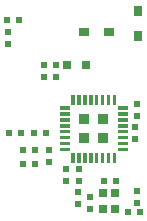
<source format=gbr>
G04 EAGLE Gerber RS-274X export*
G75*
%MOMM*%
%FSLAX34Y34*%
%LPD*%
%INSolderpaste Bottom*%
%IPPOS*%
%AMOC8*
5,1,8,0,0,1.08239X$1,22.5*%
G01*
%ADD10R,0.900000X0.800000*%
%ADD11R,0.600000X0.600000*%
%ADD12R,0.700000X0.750000*%
%ADD13R,0.800000X0.900000*%
%ADD14R,0.900000X0.900000*%
%ADD15C,0.067500*%
%ADD16R,0.800000X0.800000*%


D10*
X118904Y164338D03*
X97504Y164338D03*
D11*
X55118Y79248D03*
X65278Y79248D03*
X55626Y64897D03*
X45466Y64897D03*
X55753Y52959D03*
X45593Y52959D03*
X67691Y54356D03*
X67691Y64516D03*
X44450Y79248D03*
X34290Y79248D03*
X140462Y84455D03*
X140462Y74295D03*
X142367Y103505D03*
X142367Y93345D03*
X93472Y48895D03*
X93472Y38735D03*
X82677Y48895D03*
X82677Y38735D03*
D12*
X123745Y28721D03*
X123745Y15221D03*
X113745Y15221D03*
X113745Y28721D03*
D11*
X102870Y24892D03*
X102870Y14732D03*
X135001Y12192D03*
X145161Y12192D03*
X124714Y38862D03*
X114554Y38862D03*
X33020Y164465D03*
X33020Y154305D03*
X42545Y174625D03*
X32385Y174625D03*
D13*
X143256Y161385D03*
X143256Y182785D03*
D14*
X113410Y75185D03*
X97410Y75185D03*
X97410Y91185D03*
X113410Y91185D03*
D15*
X88923Y103972D02*
X86897Y103972D01*
X86897Y111398D01*
X88923Y111398D01*
X88923Y103972D01*
X88923Y104613D02*
X86897Y104613D01*
X86897Y105254D02*
X88923Y105254D01*
X88923Y105895D02*
X86897Y105895D01*
X86897Y106536D02*
X88923Y106536D01*
X88923Y107177D02*
X86897Y107177D01*
X86897Y107818D02*
X88923Y107818D01*
X88923Y108459D02*
X86897Y108459D01*
X86897Y109100D02*
X88923Y109100D01*
X88923Y109741D02*
X86897Y109741D01*
X86897Y110382D02*
X88923Y110382D01*
X88923Y111023D02*
X86897Y111023D01*
X91897Y103972D02*
X93923Y103972D01*
X91897Y103972D02*
X91897Y111398D01*
X93923Y111398D01*
X93923Y103972D01*
X93923Y104613D02*
X91897Y104613D01*
X91897Y105254D02*
X93923Y105254D01*
X93923Y105895D02*
X91897Y105895D01*
X91897Y106536D02*
X93923Y106536D01*
X93923Y107177D02*
X91897Y107177D01*
X91897Y107818D02*
X93923Y107818D01*
X93923Y108459D02*
X91897Y108459D01*
X91897Y109100D02*
X93923Y109100D01*
X93923Y109741D02*
X91897Y109741D01*
X91897Y110382D02*
X93923Y110382D01*
X93923Y111023D02*
X91897Y111023D01*
X96897Y103972D02*
X98923Y103972D01*
X96897Y103972D02*
X96897Y111398D01*
X98923Y111398D01*
X98923Y103972D01*
X98923Y104613D02*
X96897Y104613D01*
X96897Y105254D02*
X98923Y105254D01*
X98923Y105895D02*
X96897Y105895D01*
X96897Y106536D02*
X98923Y106536D01*
X98923Y107177D02*
X96897Y107177D01*
X96897Y107818D02*
X98923Y107818D01*
X98923Y108459D02*
X96897Y108459D01*
X96897Y109100D02*
X98923Y109100D01*
X98923Y109741D02*
X96897Y109741D01*
X96897Y110382D02*
X98923Y110382D01*
X98923Y111023D02*
X96897Y111023D01*
X101897Y103972D02*
X103923Y103972D01*
X101897Y103972D02*
X101897Y111398D01*
X103923Y111398D01*
X103923Y103972D01*
X103923Y104613D02*
X101897Y104613D01*
X101897Y105254D02*
X103923Y105254D01*
X103923Y105895D02*
X101897Y105895D01*
X101897Y106536D02*
X103923Y106536D01*
X103923Y107177D02*
X101897Y107177D01*
X101897Y107818D02*
X103923Y107818D01*
X103923Y108459D02*
X101897Y108459D01*
X101897Y109100D02*
X103923Y109100D01*
X103923Y109741D02*
X101897Y109741D01*
X101897Y110382D02*
X103923Y110382D01*
X103923Y111023D02*
X101897Y111023D01*
X106897Y103972D02*
X108923Y103972D01*
X106897Y103972D02*
X106897Y111398D01*
X108923Y111398D01*
X108923Y103972D01*
X108923Y104613D02*
X106897Y104613D01*
X106897Y105254D02*
X108923Y105254D01*
X108923Y105895D02*
X106897Y105895D01*
X106897Y106536D02*
X108923Y106536D01*
X108923Y107177D02*
X106897Y107177D01*
X106897Y107818D02*
X108923Y107818D01*
X108923Y108459D02*
X106897Y108459D01*
X106897Y109100D02*
X108923Y109100D01*
X108923Y109741D02*
X106897Y109741D01*
X106897Y110382D02*
X108923Y110382D01*
X108923Y111023D02*
X106897Y111023D01*
X111897Y103972D02*
X113923Y103972D01*
X111897Y103972D02*
X111897Y111398D01*
X113923Y111398D01*
X113923Y103972D01*
X113923Y104613D02*
X111897Y104613D01*
X111897Y105254D02*
X113923Y105254D01*
X113923Y105895D02*
X111897Y105895D01*
X111897Y106536D02*
X113923Y106536D01*
X113923Y107177D02*
X111897Y107177D01*
X111897Y107818D02*
X113923Y107818D01*
X113923Y108459D02*
X111897Y108459D01*
X111897Y109100D02*
X113923Y109100D01*
X113923Y109741D02*
X111897Y109741D01*
X111897Y110382D02*
X113923Y110382D01*
X113923Y111023D02*
X111897Y111023D01*
X116897Y103972D02*
X118923Y103972D01*
X116897Y103972D02*
X116897Y111398D01*
X118923Y111398D01*
X118923Y103972D01*
X118923Y104613D02*
X116897Y104613D01*
X116897Y105254D02*
X118923Y105254D01*
X118923Y105895D02*
X116897Y105895D01*
X116897Y106536D02*
X118923Y106536D01*
X118923Y107177D02*
X116897Y107177D01*
X116897Y107818D02*
X118923Y107818D01*
X118923Y108459D02*
X116897Y108459D01*
X116897Y109100D02*
X118923Y109100D01*
X118923Y109741D02*
X116897Y109741D01*
X116897Y110382D02*
X118923Y110382D01*
X118923Y111023D02*
X116897Y111023D01*
X121897Y103972D02*
X123923Y103972D01*
X121897Y103972D02*
X121897Y111398D01*
X123923Y111398D01*
X123923Y103972D01*
X123923Y104613D02*
X121897Y104613D01*
X121897Y105254D02*
X123923Y105254D01*
X123923Y105895D02*
X121897Y105895D01*
X121897Y106536D02*
X123923Y106536D01*
X123923Y107177D02*
X121897Y107177D01*
X121897Y107818D02*
X123923Y107818D01*
X123923Y108459D02*
X121897Y108459D01*
X121897Y109100D02*
X123923Y109100D01*
X123923Y109741D02*
X121897Y109741D01*
X121897Y110382D02*
X123923Y110382D01*
X123923Y111023D02*
X121897Y111023D01*
X121897Y54972D02*
X123923Y54972D01*
X121897Y54972D02*
X121897Y62398D01*
X123923Y62398D01*
X123923Y54972D01*
X123923Y55613D02*
X121897Y55613D01*
X121897Y56254D02*
X123923Y56254D01*
X123923Y56895D02*
X121897Y56895D01*
X121897Y57536D02*
X123923Y57536D01*
X123923Y58177D02*
X121897Y58177D01*
X121897Y58818D02*
X123923Y58818D01*
X123923Y59459D02*
X121897Y59459D01*
X121897Y60100D02*
X123923Y60100D01*
X123923Y60741D02*
X121897Y60741D01*
X121897Y61382D02*
X123923Y61382D01*
X123923Y62023D02*
X121897Y62023D01*
X118923Y54972D02*
X116897Y54972D01*
X116897Y62398D01*
X118923Y62398D01*
X118923Y54972D01*
X118923Y55613D02*
X116897Y55613D01*
X116897Y56254D02*
X118923Y56254D01*
X118923Y56895D02*
X116897Y56895D01*
X116897Y57536D02*
X118923Y57536D01*
X118923Y58177D02*
X116897Y58177D01*
X116897Y58818D02*
X118923Y58818D01*
X118923Y59459D02*
X116897Y59459D01*
X116897Y60100D02*
X118923Y60100D01*
X118923Y60741D02*
X116897Y60741D01*
X116897Y61382D02*
X118923Y61382D01*
X118923Y62023D02*
X116897Y62023D01*
X113923Y54972D02*
X111897Y54972D01*
X111897Y62398D01*
X113923Y62398D01*
X113923Y54972D01*
X113923Y55613D02*
X111897Y55613D01*
X111897Y56254D02*
X113923Y56254D01*
X113923Y56895D02*
X111897Y56895D01*
X111897Y57536D02*
X113923Y57536D01*
X113923Y58177D02*
X111897Y58177D01*
X111897Y58818D02*
X113923Y58818D01*
X113923Y59459D02*
X111897Y59459D01*
X111897Y60100D02*
X113923Y60100D01*
X113923Y60741D02*
X111897Y60741D01*
X111897Y61382D02*
X113923Y61382D01*
X113923Y62023D02*
X111897Y62023D01*
X108923Y54972D02*
X106897Y54972D01*
X106897Y62398D01*
X108923Y62398D01*
X108923Y54972D01*
X108923Y55613D02*
X106897Y55613D01*
X106897Y56254D02*
X108923Y56254D01*
X108923Y56895D02*
X106897Y56895D01*
X106897Y57536D02*
X108923Y57536D01*
X108923Y58177D02*
X106897Y58177D01*
X106897Y58818D02*
X108923Y58818D01*
X108923Y59459D02*
X106897Y59459D01*
X106897Y60100D02*
X108923Y60100D01*
X108923Y60741D02*
X106897Y60741D01*
X106897Y61382D02*
X108923Y61382D01*
X108923Y62023D02*
X106897Y62023D01*
X103923Y54972D02*
X101897Y54972D01*
X101897Y62398D01*
X103923Y62398D01*
X103923Y54972D01*
X103923Y55613D02*
X101897Y55613D01*
X101897Y56254D02*
X103923Y56254D01*
X103923Y56895D02*
X101897Y56895D01*
X101897Y57536D02*
X103923Y57536D01*
X103923Y58177D02*
X101897Y58177D01*
X101897Y58818D02*
X103923Y58818D01*
X103923Y59459D02*
X101897Y59459D01*
X101897Y60100D02*
X103923Y60100D01*
X103923Y60741D02*
X101897Y60741D01*
X101897Y61382D02*
X103923Y61382D01*
X103923Y62023D02*
X101897Y62023D01*
X98923Y54972D02*
X96897Y54972D01*
X96897Y62398D01*
X98923Y62398D01*
X98923Y54972D01*
X98923Y55613D02*
X96897Y55613D01*
X96897Y56254D02*
X98923Y56254D01*
X98923Y56895D02*
X96897Y56895D01*
X96897Y57536D02*
X98923Y57536D01*
X98923Y58177D02*
X96897Y58177D01*
X96897Y58818D02*
X98923Y58818D01*
X98923Y59459D02*
X96897Y59459D01*
X96897Y60100D02*
X98923Y60100D01*
X98923Y60741D02*
X96897Y60741D01*
X96897Y61382D02*
X98923Y61382D01*
X98923Y62023D02*
X96897Y62023D01*
X93923Y54972D02*
X91897Y54972D01*
X91897Y62398D01*
X93923Y62398D01*
X93923Y54972D01*
X93923Y55613D02*
X91897Y55613D01*
X91897Y56254D02*
X93923Y56254D01*
X93923Y56895D02*
X91897Y56895D01*
X91897Y57536D02*
X93923Y57536D01*
X93923Y58177D02*
X91897Y58177D01*
X91897Y58818D02*
X93923Y58818D01*
X93923Y59459D02*
X91897Y59459D01*
X91897Y60100D02*
X93923Y60100D01*
X93923Y60741D02*
X91897Y60741D01*
X91897Y61382D02*
X93923Y61382D01*
X93923Y62023D02*
X91897Y62023D01*
X88923Y54972D02*
X86897Y54972D01*
X86897Y62398D01*
X88923Y62398D01*
X88923Y54972D01*
X88923Y55613D02*
X86897Y55613D01*
X86897Y56254D02*
X88923Y56254D01*
X88923Y56895D02*
X86897Y56895D01*
X86897Y57536D02*
X88923Y57536D01*
X88923Y58177D02*
X86897Y58177D01*
X86897Y58818D02*
X88923Y58818D01*
X88923Y59459D02*
X86897Y59459D01*
X86897Y60100D02*
X88923Y60100D01*
X88923Y60741D02*
X86897Y60741D01*
X86897Y61382D02*
X88923Y61382D01*
X88923Y62023D02*
X86897Y62023D01*
X84623Y64672D02*
X77197Y64672D01*
X77197Y66698D01*
X84623Y66698D01*
X84623Y64672D01*
X84623Y65313D02*
X77197Y65313D01*
X77197Y65954D02*
X84623Y65954D01*
X84623Y66595D02*
X77197Y66595D01*
X77197Y69672D02*
X84623Y69672D01*
X77197Y69672D02*
X77197Y71698D01*
X84623Y71698D01*
X84623Y69672D01*
X84623Y70313D02*
X77197Y70313D01*
X77197Y70954D02*
X84623Y70954D01*
X84623Y71595D02*
X77197Y71595D01*
X77197Y74672D02*
X84623Y74672D01*
X77197Y74672D02*
X77197Y76698D01*
X84623Y76698D01*
X84623Y74672D01*
X84623Y75313D02*
X77197Y75313D01*
X77197Y75954D02*
X84623Y75954D01*
X84623Y76595D02*
X77197Y76595D01*
X77197Y79672D02*
X84623Y79672D01*
X77197Y79672D02*
X77197Y81698D01*
X84623Y81698D01*
X84623Y79672D01*
X84623Y80313D02*
X77197Y80313D01*
X77197Y80954D02*
X84623Y80954D01*
X84623Y81595D02*
X77197Y81595D01*
X77197Y84672D02*
X84623Y84672D01*
X77197Y84672D02*
X77197Y86698D01*
X84623Y86698D01*
X84623Y84672D01*
X84623Y85313D02*
X77197Y85313D01*
X77197Y85954D02*
X84623Y85954D01*
X84623Y86595D02*
X77197Y86595D01*
X77197Y89672D02*
X84623Y89672D01*
X77197Y89672D02*
X77197Y91698D01*
X84623Y91698D01*
X84623Y89672D01*
X84623Y90313D02*
X77197Y90313D01*
X77197Y90954D02*
X84623Y90954D01*
X84623Y91595D02*
X77197Y91595D01*
X77197Y94672D02*
X84623Y94672D01*
X77197Y94672D02*
X77197Y96698D01*
X84623Y96698D01*
X84623Y94672D01*
X84623Y95313D02*
X77197Y95313D01*
X77197Y95954D02*
X84623Y95954D01*
X84623Y96595D02*
X77197Y96595D01*
X77197Y99672D02*
X84623Y99672D01*
X77197Y99672D02*
X77197Y101698D01*
X84623Y101698D01*
X84623Y99672D01*
X84623Y100313D02*
X77197Y100313D01*
X77197Y100954D02*
X84623Y100954D01*
X84623Y101595D02*
X77197Y101595D01*
X126197Y99672D02*
X133623Y99672D01*
X126197Y99672D02*
X126197Y101698D01*
X133623Y101698D01*
X133623Y99672D01*
X133623Y100313D02*
X126197Y100313D01*
X126197Y100954D02*
X133623Y100954D01*
X133623Y101595D02*
X126197Y101595D01*
X126197Y94672D02*
X133623Y94672D01*
X126197Y94672D02*
X126197Y96698D01*
X133623Y96698D01*
X133623Y94672D01*
X133623Y95313D02*
X126197Y95313D01*
X126197Y95954D02*
X133623Y95954D01*
X133623Y96595D02*
X126197Y96595D01*
X126197Y89672D02*
X133623Y89672D01*
X126197Y89672D02*
X126197Y91698D01*
X133623Y91698D01*
X133623Y89672D01*
X133623Y90313D02*
X126197Y90313D01*
X126197Y90954D02*
X133623Y90954D01*
X133623Y91595D02*
X126197Y91595D01*
X126197Y84672D02*
X133623Y84672D01*
X126197Y84672D02*
X126197Y86698D01*
X133623Y86698D01*
X133623Y84672D01*
X133623Y85313D02*
X126197Y85313D01*
X126197Y85954D02*
X133623Y85954D01*
X133623Y86595D02*
X126197Y86595D01*
X126197Y79672D02*
X133623Y79672D01*
X126197Y79672D02*
X126197Y81698D01*
X133623Y81698D01*
X133623Y79672D01*
X133623Y80313D02*
X126197Y80313D01*
X126197Y80954D02*
X133623Y80954D01*
X133623Y81595D02*
X126197Y81595D01*
X126197Y74672D02*
X133623Y74672D01*
X126197Y74672D02*
X126197Y76698D01*
X133623Y76698D01*
X133623Y74672D01*
X133623Y75313D02*
X126197Y75313D01*
X126197Y75954D02*
X133623Y75954D01*
X133623Y76595D02*
X126197Y76595D01*
X126197Y69672D02*
X133623Y69672D01*
X126197Y69672D02*
X126197Y71698D01*
X133623Y71698D01*
X133623Y69672D01*
X133623Y70313D02*
X126197Y70313D01*
X126197Y70954D02*
X133623Y70954D01*
X133623Y71595D02*
X126197Y71595D01*
X126197Y64672D02*
X133623Y64672D01*
X126197Y64672D02*
X126197Y66698D01*
X133623Y66698D01*
X133623Y64672D01*
X133623Y65313D02*
X126197Y65313D01*
X126197Y65954D02*
X133623Y65954D01*
X133623Y66595D02*
X126197Y66595D01*
D11*
X92202Y29591D03*
X92202Y19431D03*
X73660Y137033D03*
X63500Y137033D03*
X73660Y126238D03*
X63500Y126238D03*
X142240Y30480D03*
X142240Y20320D03*
D16*
X83312Y136525D03*
X99060Y136525D03*
M02*

</source>
